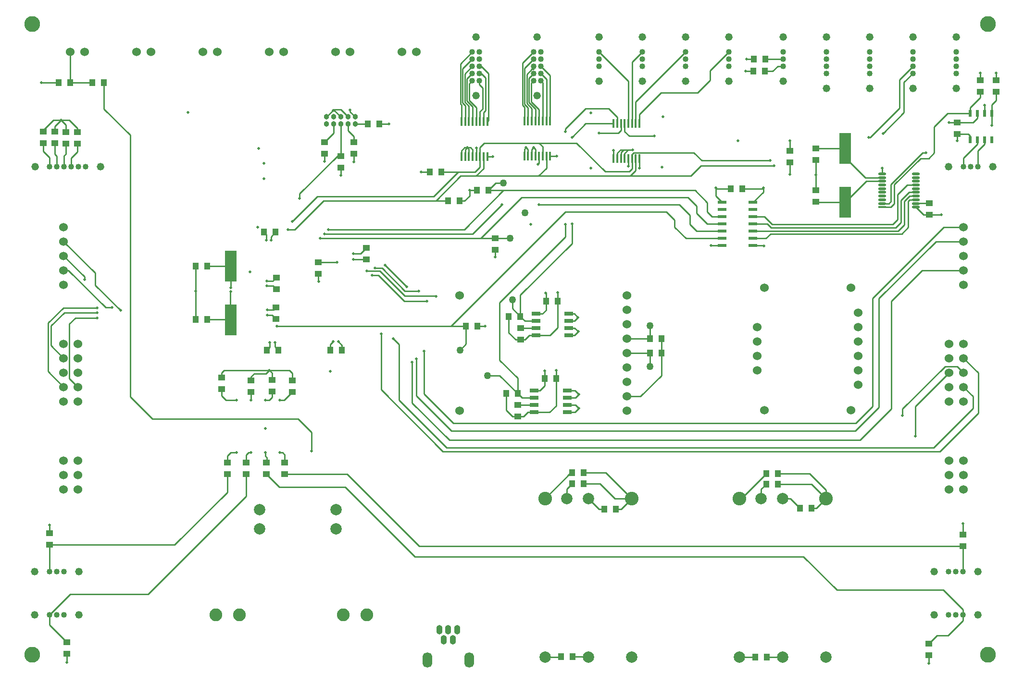
<source format=gbl>
G04 Layer_Physical_Order=6*
G04 Layer_Color=16711680*
%FSLAX25Y25*%
%MOIN*%
G70*
G01*
G75*
%ADD14R,0.04000X0.05000*%
%ADD15R,0.05000X0.04000*%
%ADD20C,0.01000*%
%ADD21O,0.04331X0.06496*%
%ADD22O,0.06693X0.10630*%
%ADD23C,0.06000*%
%ADD24C,0.11000*%
%ADD25C,0.07875*%
%ADD26C,0.09500*%
%ADD27C,0.04000*%
%ADD28C,0.05200*%
%ADD29C,0.07874*%
%ADD30C,0.03800*%
%ADD31C,0.08858*%
%ADD32C,0.02000*%
%ADD33C,0.05000*%
%ADD52R,0.01457X0.05905*%
%ADD53R,0.06102X0.02362*%
%ADD54R,0.02362X0.05118*%
%ADD55R,0.07874X0.21654*%
%ADD56R,0.06201X0.02559*%
%ADD57O,0.05709X0.01772*%
%ADD58R,0.05709X0.01772*%
D14*
X380350Y263900D02*
D03*
X372350D02*
D03*
X379400Y210400D02*
D03*
X371400D02*
D03*
X346650Y253400D02*
D03*
X354650D02*
D03*
X344800Y199950D02*
D03*
X352800D02*
D03*
X129500Y288500D02*
D03*
X137500D02*
D03*
X129500Y251500D02*
D03*
X137500D02*
D03*
X179000Y230000D02*
D03*
X187000D02*
D03*
X223000D02*
D03*
X231000D02*
D03*
X185000Y312000D02*
D03*
X177000D02*
D03*
X390700Y17300D02*
D03*
X382700D02*
D03*
X533100Y137200D02*
D03*
X525100D02*
D03*
X533100Y144300D02*
D03*
X525100D02*
D03*
X525600Y17200D02*
D03*
X517600D02*
D03*
X398600Y145000D02*
D03*
X390600D02*
D03*
X398600Y137500D02*
D03*
X390600D02*
D03*
X500650Y342050D02*
D03*
X508650D02*
D03*
X66000Y415700D02*
D03*
X58000D02*
D03*
X42500D02*
D03*
X34500D02*
D03*
X317000Y246600D02*
D03*
X325000D02*
D03*
X299900Y353750D02*
D03*
X291900D02*
D03*
X304400Y333750D02*
D03*
X312400D02*
D03*
X444350Y238000D02*
D03*
X452350D02*
D03*
X444350Y228000D02*
D03*
X452350D02*
D03*
X524500Y432050D02*
D03*
X516500D02*
D03*
X248700Y386900D02*
D03*
X256700D02*
D03*
X332350Y341000D02*
D03*
X324350D02*
D03*
X524250Y423550D02*
D03*
X516250D02*
D03*
X556600Y120400D02*
D03*
X548600D02*
D03*
X420700Y119800D02*
D03*
X412700D02*
D03*
D15*
X657500Y380000D02*
D03*
Y388000D02*
D03*
X559550Y333200D02*
D03*
Y341200D02*
D03*
X559450Y370200D02*
D03*
Y362200D02*
D03*
X354750Y237300D02*
D03*
Y245300D02*
D03*
X352750Y183950D02*
D03*
Y191950D02*
D03*
X214500Y283100D02*
D03*
Y291100D02*
D03*
X247950Y293000D02*
D03*
Y301000D02*
D03*
X541500Y368450D02*
D03*
Y360450D02*
D03*
X185300Y259800D02*
D03*
Y251800D02*
D03*
X185400Y280500D02*
D03*
Y272500D02*
D03*
X673500Y409500D02*
D03*
Y417500D02*
D03*
X684500Y409500D02*
D03*
Y417500D02*
D03*
X638300Y331900D02*
D03*
Y323900D02*
D03*
X230150Y364750D02*
D03*
Y356750D02*
D03*
X218900Y374350D02*
D03*
Y366350D02*
D03*
X239200Y374400D02*
D03*
Y366400D02*
D03*
X337250Y307800D02*
D03*
Y299800D02*
D03*
X23900Y373600D02*
D03*
Y381600D02*
D03*
X31750Y373600D02*
D03*
Y381600D02*
D03*
X39550Y373500D02*
D03*
Y381500D02*
D03*
X47400Y373500D02*
D03*
Y381500D02*
D03*
X28100Y94950D02*
D03*
Y102950D02*
D03*
X661650Y94100D02*
D03*
Y102100D02*
D03*
X40100Y27300D02*
D03*
Y19300D02*
D03*
X637800Y26250D02*
D03*
Y18250D02*
D03*
X147600Y203200D02*
D03*
Y211200D02*
D03*
X167950Y201200D02*
D03*
Y209200D02*
D03*
X182350Y201250D02*
D03*
Y209250D02*
D03*
X196600Y201150D02*
D03*
Y209150D02*
D03*
X191200Y144000D02*
D03*
Y152000D02*
D03*
X178450Y144000D02*
D03*
Y152000D02*
D03*
X164550Y144000D02*
D03*
Y152000D02*
D03*
X151550Y144000D02*
D03*
Y152000D02*
D03*
D20*
X559450Y341200D02*
Y351700D01*
X41750Y389800D02*
X47400Y384150D01*
Y381500D02*
Y384150D01*
X43150Y363450D02*
X47400Y367700D01*
Y373500D01*
X33150Y357500D02*
Y364600D01*
X31750Y366000D02*
X33150Y364600D01*
X31750Y366000D02*
Y373600D01*
X23900Y367900D02*
Y373600D01*
X38150Y364850D02*
X39550Y366250D01*
Y373500D01*
Y381500D02*
Y386300D01*
X31750Y381600D02*
Y385500D01*
X23900Y381600D02*
Y382850D01*
X43150Y357500D02*
Y363450D01*
X38150Y357500D02*
Y364850D01*
X28150Y357500D02*
Y363650D01*
X23900Y367900D02*
X28150Y363650D01*
X42500Y415700D02*
X58000D01*
X42500D02*
Y437000D01*
X66000Y397500D02*
Y415700D01*
X31750Y385500D02*
X36050Y389800D01*
X23900Y382850D02*
X30850Y389800D01*
X36050D01*
X39550Y386300D01*
X36050Y389800D02*
X41750D01*
X579950Y363750D02*
Y370200D01*
Y363750D02*
X593914Y349786D01*
X605672D01*
X275900Y274000D02*
X276000D01*
X260750Y289150D02*
X275900Y274000D01*
X252000Y282150D02*
X256100D01*
X256150Y282200D01*
X274250Y264100D02*
X289900D01*
X256150Y282200D02*
X274250Y264100D01*
X248300Y284900D02*
X257250D01*
X274500Y267650D01*
X295950D01*
X452350Y228000D02*
Y238000D01*
X428500Y198000D02*
X437900D01*
X452350Y212450D01*
Y228000D01*
X428500D02*
X444350D01*
X428500Y238000D02*
X444350D01*
X295950Y267650D02*
X296200Y267400D01*
X352800Y199950D02*
Y210550D01*
X340300Y223050D02*
X352800Y210550D01*
X340300Y223050D02*
Y262900D01*
X351400Y237300D02*
X354750D01*
X346650Y242050D02*
X351400Y237300D01*
X346650Y242050D02*
Y253400D01*
X415900Y397600D02*
X421864Y391636D01*
Y387300D02*
Y391636D01*
X399950Y387300D02*
X419305D01*
X354650Y253400D02*
Y268250D01*
X420250Y127200D02*
X431750D01*
X409950Y137500D02*
X420250Y127200D01*
X398600Y137500D02*
X409950D01*
X380350Y263900D02*
Y269950D01*
X372200Y269850D02*
X372350Y269700D01*
Y263900D02*
Y269700D01*
Y257700D02*
Y263900D01*
X370000Y255350D02*
X372350Y257700D01*
X365414Y255350D02*
X370000D01*
X380350Y245550D02*
Y263900D01*
X375150Y240350D02*
X380350Y245550D01*
X365414Y240350D02*
X375150D01*
X357700Y250350D02*
X365414D01*
X354650Y253400D02*
X357700Y250350D01*
X361000Y240350D02*
X365414D01*
X357950Y237300D02*
X361000Y240350D01*
X354750Y237300D02*
X357950D01*
X365364Y245300D02*
X365414Y245350D01*
X354750Y245300D02*
X365364D01*
X392200Y240350D02*
X394750Y242900D01*
X388150Y240350D02*
X392200D01*
X392300Y245350D02*
X394750Y242900D01*
X388150Y245350D02*
X392300D01*
X388150Y255350D02*
X392150D01*
X394650Y252850D01*
X388150Y250350D02*
X392150D01*
X394650Y252850D01*
X379350Y210450D02*
X379400Y210400D01*
X379350Y210450D02*
Y215950D01*
X371400Y210400D02*
Y215850D01*
X364300Y187000D02*
X374900D01*
X379400Y191500D01*
Y210400D01*
X392550Y187000D02*
X395200Y189650D01*
X387036Y187000D02*
X392550D01*
X392850Y192000D02*
X395200Y189650D01*
X387036Y192000D02*
X392850D01*
X392950Y197000D02*
X395300Y199350D01*
X387036Y197000D02*
X392950D01*
X392650Y202000D02*
X395300Y199350D01*
X387036Y202000D02*
X392650D01*
X349200Y183950D02*
X352750D01*
X344800Y188350D02*
X349200Y183950D01*
X344800Y188350D02*
Y199950D01*
X355750Y197000D02*
X364300D01*
X352800Y199950D02*
X355750Y197000D01*
X364300Y202000D02*
X368150D01*
X371400Y205250D01*
Y210400D01*
X359850Y187000D02*
X364300D01*
X356800Y183950D02*
X359850Y187000D01*
X352750Y183950D02*
X356800D01*
X364250Y191950D02*
X364300Y192000D01*
X352750Y191950D02*
X364250D01*
X409200Y380800D02*
X422650D01*
X424423Y382573D01*
Y387300D01*
X426982Y381868D02*
Y387300D01*
Y381868D02*
X430250Y378600D01*
X447650D01*
X589000Y236000D02*
X591600D01*
X651200Y235300D02*
X652000Y234500D01*
X38000Y305500D02*
X59900Y283600D01*
Y275200D02*
Y283600D01*
Y275200D02*
X77400Y257700D01*
X41200Y285500D02*
X67100Y259600D01*
X71600D01*
X66000Y397500D02*
X84100Y379400D01*
X38000Y285500D02*
X41200D01*
X38000Y295500D02*
X52600Y280900D01*
Y279200D02*
Y280900D01*
X46200Y252500D02*
X61200D01*
X27100Y215400D02*
X38000Y204500D01*
X27100Y215400D02*
Y248900D01*
X37700Y259500D01*
X61100D01*
X181000Y232000D02*
Y235500D01*
X42000Y248300D02*
X46200Y252500D01*
X42000Y210500D02*
Y248300D01*
Y210500D02*
X48000Y204500D01*
X29100Y233400D02*
Y246900D01*
Y233400D02*
X38000Y224500D01*
X29100Y246900D02*
X38400Y256200D01*
X61100D01*
X153598Y270398D02*
X153900Y270700D01*
X515910Y307550D02*
X516010Y307650D01*
X515910Y332550D02*
X523150Y339790D01*
X490150Y337050D02*
X494650Y332550D01*
X490150Y337050D02*
Y342550D01*
X523150Y339790D02*
Y342550D01*
X490150D02*
X490650Y342050D01*
X401750Y17200D02*
Y17250D01*
X129500Y251500D02*
Y271000D01*
Y288500D01*
X681500Y400500D02*
X684500Y403500D01*
Y409500D01*
X666500Y394500D02*
Y398500D01*
X673500Y405500D02*
Y409500D01*
X684500Y417500D02*
Y422500D01*
X673500Y417500D02*
Y422500D01*
X651000Y394500D02*
X666500D01*
X671850Y357500D02*
Y368350D01*
X676500Y373000D01*
Y376193D01*
X661850Y357500D02*
Y363350D01*
X671500Y373000D01*
Y376193D01*
X313050Y428800D02*
X321300Y437050D01*
X313050Y401015D02*
Y428800D01*
Y401015D02*
X313873Y400192D01*
Y388732D02*
Y400192D01*
X316432Y388732D02*
Y399754D01*
X314550Y401636D02*
X316432Y399754D01*
X314550Y401636D02*
Y425300D01*
X321300Y432050D01*
Y426984D02*
Y427050D01*
X316050Y421734D02*
X321300Y426984D01*
X316050Y402257D02*
Y421734D01*
Y402257D02*
X318991Y399316D01*
Y388732D02*
Y399316D01*
X317550Y418300D02*
X321300Y422050D01*
X317550Y402879D02*
Y418300D01*
Y402879D02*
X321550Y398879D01*
Y388732D02*
Y398879D01*
X324109Y388732D02*
Y398441D01*
X319050Y403500D02*
X324109Y398441D01*
X319050Y403500D02*
Y414800D01*
X321300Y417050D01*
X326668Y388732D02*
Y395618D01*
X328550Y397500D01*
Y412000D01*
X326300Y414250D02*
X328550Y412000D01*
X326300Y414250D02*
Y417050D01*
X329227Y388732D02*
Y395177D01*
X330550Y396500D01*
Y419000D01*
X327500Y422050D02*
X330550Y419000D01*
X327500Y427050D02*
X332550Y422000D01*
Y389495D02*
Y422000D01*
X331786Y388732D02*
X332550Y389495D01*
X326300Y422050D02*
X327500D01*
X326300Y427050D02*
X327500D01*
X356050Y429300D02*
X363800Y437050D01*
X356050Y400015D02*
Y429300D01*
Y400015D02*
X357373Y398692D01*
Y389000D02*
Y398692D01*
X357550Y425800D02*
X363800Y432050D01*
X357550Y400636D02*
Y425800D01*
Y400636D02*
X359932Y398254D01*
Y389000D02*
Y398254D01*
X362491Y389000D02*
Y397816D01*
X359050Y401257D02*
X362491Y397816D01*
X359050Y401257D02*
Y421543D01*
X362557Y425050D01*
X363800D02*
Y427050D01*
X360550Y418800D02*
X363800Y422050D01*
X360550Y401879D02*
Y418800D01*
Y401879D02*
X365050Y397379D01*
Y389000D02*
Y397379D01*
X367609Y389000D02*
Y396941D01*
X362050Y402500D02*
X367609Y396941D01*
X362050Y402500D02*
Y415300D01*
X363800Y417050D01*
X368800D02*
X370168Y415682D01*
Y389000D02*
Y415682D01*
X372727Y389000D02*
Y418123D01*
X368800Y422050D02*
X372727Y418123D01*
X375286Y389000D02*
Y420564D01*
X368800Y427050D02*
X375286Y420564D01*
X184500Y232500D02*
X187000Y230000D01*
X179000D02*
X181000Y232000D01*
X228500Y236000D02*
X231000Y233500D01*
Y230000D02*
Y233500D01*
X223000Y230000D02*
Y234000D01*
X239000Y293000D02*
X247950D01*
X210000Y160000D02*
Y173000D01*
X200500Y182500D02*
X210000Y173000D01*
X22500Y415700D02*
X34500D01*
X559450Y351700D02*
Y362200D01*
Y370200D02*
X579950D01*
X559852Y332798D02*
X579950D01*
X490650Y342050D02*
X500650D01*
X508650D02*
X522650D01*
X523150Y342550D01*
X652000Y388000D02*
X657500D01*
X676500Y394500D02*
Y400000D01*
X223000Y234000D02*
X225000Y236000D01*
X184500Y232500D02*
Y235500D01*
X153598Y251500D02*
Y270398D01*
X236650Y395400D02*
X240150Y391900D01*
X236650Y395400D02*
Y396700D01*
X515910Y302550D02*
X523550D01*
X523650Y302450D01*
X487150Y302550D02*
X494650D01*
X486950Y302750D02*
X487150Y302550D01*
X386750Y127200D02*
Y133650D01*
X390600Y137500D01*
X401750Y127200D02*
X409150Y119800D01*
X412700D01*
X420700D02*
X424350D01*
X431750Y127200D01*
X389550Y145000D02*
X390600D01*
X371750Y127200D02*
X389550Y145000D01*
X398600D02*
X413950D01*
X431750Y127200D01*
X371750Y17200D02*
X382600D01*
X382700Y17300D01*
X390700D02*
X401650D01*
X401750Y17200D01*
X506500D02*
X517600D01*
X525600D02*
X536500D01*
Y127200D02*
X541800D01*
X548600Y120400D01*
X556600D02*
X559700D01*
X566500Y127200D01*
X521500Y133600D02*
X525100Y137200D01*
X521500Y127200D02*
Y133600D01*
X533100Y137200D02*
X556500D01*
X566500Y127200D01*
X533100Y144300D02*
X555100D01*
X566500Y132900D01*
Y127200D02*
Y132900D01*
X508000Y127200D02*
X525100Y144300D01*
X506500Y127200D02*
X508000D01*
X84100Y197800D02*
Y379400D01*
Y197800D02*
X99400Y182500D01*
X200500D01*
X178800Y274800D02*
X183100D01*
X185400Y272500D01*
X178900Y278100D02*
X183000D01*
X185400Y280500D01*
X179300Y257900D02*
X183400D01*
X185300Y259800D01*
X179300Y254500D02*
X182600D01*
X185300Y251800D01*
X181746Y306254D02*
Y308747D01*
X185000Y312000D01*
X178500Y306500D02*
Y310500D01*
X177000Y312000D02*
X178500Y310500D01*
X429541Y357759D02*
X429600Y357700D01*
X426982Y363069D02*
Y366582D01*
X426300Y369200D02*
X429600D01*
X421864Y363069D02*
Y366964D01*
X419300Y368800D02*
X419305Y368795D01*
X429541Y357759D02*
Y363069D01*
X426982Y366582D02*
X429600Y369200D01*
X419305Y363069D02*
Y368795D01*
X421864Y366964D02*
X424100Y369200D01*
X429600D02*
X432600D01*
X424100D02*
X426300D01*
X424423Y363069D02*
Y367323D01*
X426300Y369200D01*
X315950Y370550D02*
X317750D01*
X313873Y368473D02*
X315950Y370550D01*
X313873Y364500D02*
Y368473D01*
X316432Y364500D02*
Y369232D01*
X317750Y370550D01*
X318991Y369309D01*
Y364500D02*
Y369309D01*
X321550Y364500D02*
Y369050D01*
X320050Y370550D02*
X321550Y369050D01*
X317750Y370550D02*
X320050D01*
X324109Y364500D02*
Y370491D01*
X324100Y370500D02*
X324109Y370491D01*
X331786Y364500D02*
X335350D01*
X335450Y364400D01*
X363750Y370650D02*
X365050Y369350D01*
Y364769D02*
Y369350D01*
X362491Y369391D02*
X363750Y370650D01*
X362491Y364769D02*
Y369391D01*
X367000Y359200D02*
X367609Y359809D01*
Y364769D01*
X357373Y369473D02*
X358650Y370750D01*
X357373Y364769D02*
Y369473D01*
X359932Y364769D02*
Y369468D01*
X358650Y370750D02*
X359932Y369468D01*
X375505Y364550D02*
X379800D01*
X375286Y364769D02*
X375505Y364550D01*
X429541Y387300D02*
Y416759D01*
X409250Y437050D02*
X429541Y416759D01*
X432100Y387300D02*
Y429900D01*
X439250Y437050D01*
X434659Y387300D02*
Y402459D01*
X469250Y437050D01*
X437218Y387300D02*
Y393818D01*
X452050Y408650D01*
X486200Y424000D02*
X499250Y437050D01*
X486200Y417500D02*
Y424000D01*
X452050Y408650D02*
X477350D01*
X486200Y417500D01*
X510850Y423550D02*
X516250D01*
X511600Y432000D02*
X516450D01*
X516500Y432050D01*
X214500Y277900D02*
Y283100D01*
Y277900D02*
X214700Y277700D01*
X214500Y291100D02*
X214600Y291000D01*
X227500D01*
X524500Y432050D02*
X536750D01*
X524250Y423550D02*
X529650D01*
X533150Y427050D01*
X536750D01*
X224750Y396500D02*
X224950D01*
X225550D01*
X224950D02*
X225450Y397000D01*
X230050D01*
X235150Y391900D01*
X225550Y396500D02*
X230150Y391900D01*
X220150D02*
X224750Y396500D01*
X218900Y374350D02*
X225150Y380600D01*
Y386900D01*
X219000Y360900D02*
Y366250D01*
X218900Y366350D02*
X219000Y366250D01*
X235150Y382400D02*
Y386900D01*
Y382400D02*
X239200Y378350D01*
Y374400D02*
Y378350D01*
X239250Y360800D02*
Y366350D01*
X239200Y366400D02*
X239250Y366350D01*
X240150Y386900D02*
X248700D01*
X230150Y364750D02*
Y386900D01*
X624632Y334432D02*
X628900D01*
X523800Y312750D02*
X616600D01*
X622918Y344668D02*
X628900D01*
X623600Y315350D02*
Y333400D01*
X624632Y334432D01*
X618650Y318750D02*
Y333921D01*
X620900Y317050D02*
Y333350D01*
X624541Y336991D01*
X628900D01*
X616200Y320750D02*
Y337950D01*
X622918Y344668D01*
X579950Y332798D02*
X594379Y347227D01*
X605672D01*
X611564Y329314D02*
X613800Y331550D01*
X610173Y331873D02*
X611650Y333350D01*
X681500Y394500D02*
Y400500D01*
X666500Y398500D02*
X673500Y405500D01*
X634314Y323900D02*
X638300D01*
X646450D01*
X628900Y329314D02*
X634314Y323900D01*
X628927Y331900D02*
X638300D01*
X628900Y331873D02*
X628927Y331900D01*
X605672Y331873D02*
X610173D01*
X605672Y329314D02*
X611564D01*
X618650Y333921D02*
X624279Y339550D01*
X628900D01*
X605550Y352467D02*
Y356450D01*
Y352467D02*
X605672Y352345D01*
X613800Y331550D02*
Y344900D01*
X632100Y363200D01*
X611650Y333350D02*
Y345050D01*
X633500Y366900D01*
X671500Y391100D02*
Y394500D01*
X668400Y388000D02*
X671500Y391100D01*
X657500Y388000D02*
X668400D01*
X657500Y375300D02*
Y380000D01*
X666500Y376193D02*
Y378700D01*
X665200Y380000D02*
X666500Y378700D01*
X657500Y380000D02*
X665200D01*
X681500Y386150D02*
Y394500D01*
X230150Y351450D02*
Y356750D01*
X227750Y364750D02*
X230150D01*
X201450Y335250D02*
Y338550D01*
X227700Y364800D01*
X239000Y297000D02*
X243950D01*
X247950Y301000D01*
X253850Y286900D02*
X258750D01*
X274450Y271200D01*
X284100D01*
X306450Y246600D02*
X385850Y326000D01*
X185700Y246600D02*
X306450D01*
X367550Y331050D02*
X426600D01*
X321500Y310800D02*
X341750Y331050D01*
X215750Y307800D02*
X327150D01*
X355350Y336000D01*
X470850D01*
X221650Y313800D02*
X315750D01*
X342950Y341000D01*
X475750D01*
X327150Y307800D02*
X337250D01*
X332350Y341000D02*
X342950D01*
X306450Y246600D02*
X317000D01*
X325000D02*
X330100D01*
X337250Y294550D02*
Y299800D01*
X319400Y341000D02*
X324350D01*
X218700Y310800D02*
X321500D01*
X193550Y313650D02*
X198200D01*
X218300Y333750D01*
X296100D01*
X313250Y350900D02*
X323950D01*
X329227Y356177D01*
Y364500D01*
X326668Y357168D02*
Y364500D01*
X323250Y353750D02*
X326668Y357168D01*
X311400Y353750D02*
X323250D01*
X294350Y336700D02*
X311400Y353750D01*
X213750Y336700D02*
X294350D01*
X196400Y319350D02*
X213750Y336700D01*
X323950Y350900D02*
X367300D01*
X372727Y356327D01*
Y364769D01*
X370168D02*
Y371282D01*
X367650Y373800D02*
X370168Y371282D01*
X329600Y373800D02*
X367650D01*
X326668Y370868D02*
X329600Y373800D01*
X326668Y364500D02*
Y370868D01*
X296100Y333750D02*
X313250Y350900D01*
X296100Y333750D02*
X304400D01*
X312400D02*
X315950D01*
X319400Y337200D01*
Y341000D01*
X299900Y353750D02*
X311400D01*
X285850D02*
X291900D01*
X137500Y251500D02*
X153598D01*
X137500Y288500D02*
X154000D01*
Y273300D02*
Y288500D01*
X385950Y308550D02*
Y317500D01*
X340300Y262900D02*
X385950Y308550D01*
X390400Y304000D02*
Y317850D01*
X354650Y268250D02*
X390400Y304000D01*
Y377750D02*
X399950Y387300D01*
X385950Y381600D02*
Y383750D01*
X399800Y397600D01*
X415900D01*
X367650Y373800D02*
X393650D01*
X413500Y353950D01*
X367300Y350900D02*
X430900D01*
X413500Y353950D02*
X430100D01*
X432100Y355950D01*
Y363069D01*
X434659Y354659D02*
Y363069D01*
X430900Y350900D02*
X434659Y354659D01*
X437200Y356250D02*
Y363050D01*
X437218Y363069D01*
X432100D02*
Y366000D01*
X433300Y367200D01*
X426600Y331050D02*
X426650Y331000D01*
X475750Y341000D02*
X484250Y332500D01*
Y325900D02*
Y332500D01*
Y325900D02*
X487600Y322550D01*
X494650D01*
X470850Y336000D02*
X476900Y329950D01*
Y324900D02*
Y329950D01*
Y324900D02*
X484250Y317550D01*
X494650D01*
X469350Y307550D02*
X494650D01*
X426650Y331000D02*
X464900D01*
X472050Y323850D01*
Y317250D02*
Y323850D01*
Y317250D02*
X476750Y312550D01*
X494650D01*
X461400Y315500D02*
X469350Y307550D01*
X385850Y326000D02*
X455800D01*
X461400Y320400D01*
Y315500D02*
Y320400D01*
X515910Y322550D02*
X524000D01*
X529200Y317350D01*
X526000Y317550D02*
X528550Y315000D01*
X515910Y317550D02*
X526000D01*
X515910Y312550D02*
X523600D01*
X523800Y312750D01*
X515910Y307550D02*
X524950D01*
X528200Y310800D01*
X430900Y350900D02*
X472700D01*
X480000Y358200D01*
X530350D01*
X433300Y367200D02*
X474950D01*
X480350Y361800D01*
X527750D01*
X633500Y366900D02*
X635700D01*
X641450Y384950D02*
X651000Y394500D01*
X632100Y363200D02*
X637700D01*
X641450Y366950D01*
Y384950D01*
X541600Y368550D02*
Y375500D01*
X541500Y368450D02*
X541600Y368550D01*
X541500Y352150D02*
Y360450D01*
X256700Y386900D02*
X263600D01*
X529200Y317350D02*
X612800D01*
X616200Y320750D01*
X614900Y315000D02*
X618650Y318750D01*
X528550Y315000D02*
X614900D01*
X616600Y312750D02*
X620900Y317050D01*
X528200Y310800D02*
X619050D01*
X623600Y315350D01*
X606050Y380500D02*
X620650Y395100D01*
Y415950D01*
X626750Y422050D01*
X617450Y417750D02*
X626750Y427050D01*
X617450Y398050D02*
Y417750D01*
X597200Y377800D02*
X617450Y398050D01*
X596250Y377800D02*
X597200D01*
X628550Y170500D02*
Y191050D01*
X652000Y214500D01*
X649100Y218850D02*
X657650D01*
X662000Y214500D01*
Y224500D02*
X672150Y214350D01*
Y186500D02*
Y214350D01*
X645350Y159700D02*
X672150Y186500D01*
X662000Y204500D02*
X668450Y198050D01*
Y189750D02*
Y198050D01*
X641150Y162450D02*
X668450Y189750D01*
X266650Y238050D02*
X270600Y234100D01*
X619500Y189250D02*
X649100Y218850D01*
X619500Y184750D02*
Y189250D01*
X648200Y315500D02*
X662000D01*
X258050Y202550D02*
Y241450D01*
Y202550D02*
X300900Y159700D01*
X645350D01*
X642700Y305500D02*
X662000D01*
X633300Y285500D02*
X662000D01*
X590150Y167600D02*
X611950Y189400D01*
Y264150D01*
X633300Y285500D01*
X603100Y190300D02*
Y265900D01*
X642700Y305500D01*
X587250Y179450D02*
X598800Y191000D01*
Y266100D01*
X648200Y315500D01*
X270600Y195450D02*
Y234100D01*
Y195450D02*
X303600Y162450D01*
X641150D01*
X305550Y167600D02*
X590150D01*
X279650Y193500D02*
X305550Y167600D01*
X279650Y193500D02*
Y221600D01*
X287850Y199700D02*
Y229250D01*
Y199700D02*
X308100Y179450D01*
X587250D01*
X586900Y174100D02*
X603100Y190300D01*
X282400Y198400D02*
Y224150D01*
Y198400D02*
X306700Y174100D01*
X586900D01*
X153900Y159000D02*
X157900D01*
X151550Y156650D02*
X153900Y159000D01*
X151550Y152000D02*
Y156650D01*
X166250Y159000D02*
X167950D01*
X164550Y157300D02*
X166250Y159000D01*
X164550Y152000D02*
Y157300D01*
X177950Y156450D02*
Y159000D01*
Y156450D02*
X178750Y155650D01*
Y152300D02*
Y155650D01*
X178450Y152000D02*
X178750Y152300D01*
X187950Y159000D02*
X189700D01*
X191200Y157500D01*
Y152000D02*
Y157500D01*
X28150Y76250D02*
Y94900D01*
X28100Y94950D02*
X28150Y94900D01*
X28100Y102950D02*
Y108850D01*
Y94950D02*
X115000D01*
X151550Y131500D01*
Y144000D01*
X40100Y13300D02*
Y19300D01*
X28150Y39250D02*
X40100Y27300D01*
X28150Y39250D02*
Y46250D01*
X42500Y60600D01*
X96550D01*
X164550Y128600D01*
Y144000D01*
X661650Y102100D02*
Y109700D01*
Y76250D02*
Y94100D01*
X284550D02*
X661650D01*
X234650Y144000D02*
X284550Y94100D01*
X191200Y144000D02*
X234650D01*
X178450D02*
X187400Y135050D01*
X233200D01*
X281400Y86850D01*
X550850D01*
X637800Y12600D02*
Y18250D01*
Y26250D02*
X643550Y32000D01*
X651200D01*
X661650Y42450D01*
Y46250D01*
Y49900D01*
X647900Y63650D02*
X661650Y49900D01*
X574050Y63650D02*
X647900D01*
X550850Y86850D02*
X574050Y63650D01*
X187950Y195500D02*
X190950D01*
X196600Y201150D01*
X180500Y216100D02*
X194500D01*
X196600Y214000D01*
Y209150D02*
Y214000D01*
X177950Y195500D02*
X180450D01*
X182350Y197400D01*
Y201250D01*
Y209250D02*
Y214250D01*
X180500Y216100D02*
X182350Y214250D01*
X167900Y195550D02*
X167950Y195500D01*
X150350D02*
X157900D01*
X147600Y198250D02*
X150350Y195500D01*
X149200Y216100D02*
X180500D01*
X147600Y211200D02*
Y214500D01*
X149200Y216100D01*
X147600Y198250D02*
Y203200D01*
X167950Y195500D02*
Y201200D01*
Y209200D02*
Y211600D01*
X170050Y213700D01*
X178100D01*
X180500Y216100D01*
X362557Y425050D02*
X363800D01*
X331850Y212450D02*
X340300D01*
X352800Y199950D01*
X349050Y259000D02*
Y265100D01*
Y259000D02*
X354650Y253400D01*
X337250Y307800D02*
X347500D01*
X337450Y346100D02*
X342750D01*
X332350Y341000D02*
X337450Y346100D01*
X312750Y230100D02*
X317000Y234350D01*
Y246600D01*
X444350Y218650D02*
Y228000D01*
Y238000D02*
Y247200D01*
D21*
X298351Y35962D02*
D03*
X304650D02*
D03*
X310949D02*
D03*
X301500Y29072D02*
D03*
X307800D02*
D03*
D22*
X319020Y14997D02*
D03*
X290280D02*
D03*
D23*
X652000Y133500D02*
D03*
Y143500D02*
D03*
Y153500D02*
D03*
X662000Y133500D02*
D03*
Y143500D02*
D03*
Y153500D02*
D03*
X48000D02*
D03*
Y143500D02*
D03*
Y133500D02*
D03*
X38000Y153500D02*
D03*
Y143500D02*
D03*
Y133500D02*
D03*
X226500Y437000D02*
D03*
X236500D02*
D03*
X272500D02*
D03*
X282500D02*
D03*
X88500D02*
D03*
X98500D02*
D03*
X42500D02*
D03*
X52500D02*
D03*
X428500Y268000D02*
D03*
Y258000D02*
D03*
Y248000D02*
D03*
Y238000D02*
D03*
Y228000D02*
D03*
Y218000D02*
D03*
Y208000D02*
D03*
Y198000D02*
D03*
Y188000D02*
D03*
X312500Y268000D02*
D03*
Y188000D02*
D03*
X519000Y246000D02*
D03*
Y236000D02*
D03*
Y226000D02*
D03*
Y216000D02*
D03*
X589000Y256000D02*
D03*
Y246000D02*
D03*
Y236000D02*
D03*
Y226000D02*
D03*
Y216000D02*
D03*
Y206000D02*
D03*
X584000Y273500D02*
D03*
Y188500D02*
D03*
X524000Y273500D02*
D03*
Y188500D02*
D03*
X38000Y315500D02*
D03*
Y305500D02*
D03*
Y295500D02*
D03*
Y285500D02*
D03*
Y275500D02*
D03*
X48000Y234500D02*
D03*
Y224500D02*
D03*
X38000Y234500D02*
D03*
Y224500D02*
D03*
Y194500D02*
D03*
Y204500D02*
D03*
Y214500D02*
D03*
X48000Y194500D02*
D03*
Y204500D02*
D03*
Y214500D02*
D03*
X662000Y275500D02*
D03*
Y285500D02*
D03*
Y295500D02*
D03*
Y305500D02*
D03*
Y315500D02*
D03*
X652000Y194500D02*
D03*
Y204500D02*
D03*
X662000Y194500D02*
D03*
Y204500D02*
D03*
Y234500D02*
D03*
Y224500D02*
D03*
Y214500D02*
D03*
X652000Y234500D02*
D03*
Y224500D02*
D03*
Y214500D02*
D03*
X134500Y437000D02*
D03*
X144500D02*
D03*
X180500D02*
D03*
X190500D02*
D03*
D24*
X16250Y18750D02*
D03*
X678750D02*
D03*
X16250Y456250D02*
D03*
X678750D02*
D03*
D25*
X506500Y17200D02*
D03*
X536500D02*
D03*
X566500D02*
D03*
X521500Y127200D02*
D03*
X536500D02*
D03*
X371750Y17200D02*
D03*
X401750D02*
D03*
X431750D02*
D03*
X386750Y127200D02*
D03*
X401750D02*
D03*
D26*
X506500D02*
D03*
X566500D02*
D03*
X371750D02*
D03*
X431750D02*
D03*
D27*
X409250Y437050D02*
D03*
Y432050D02*
D03*
Y427050D02*
D03*
X439250Y437050D02*
D03*
Y432050D02*
D03*
Y427050D02*
D03*
X469250Y437050D02*
D03*
Y432050D02*
D03*
Y427050D02*
D03*
X499250Y437050D02*
D03*
Y432050D02*
D03*
Y427050D02*
D03*
X326300D02*
D03*
Y417050D02*
D03*
Y422050D02*
D03*
Y432050D02*
D03*
Y437050D02*
D03*
X321300D02*
D03*
Y432050D02*
D03*
Y422050D02*
D03*
Y417050D02*
D03*
Y427050D02*
D03*
X671850Y357500D02*
D03*
X666850D02*
D03*
X661850D02*
D03*
X368800Y427050D02*
D03*
Y417050D02*
D03*
Y422050D02*
D03*
Y432050D02*
D03*
Y437050D02*
D03*
X363800D02*
D03*
Y432050D02*
D03*
Y422050D02*
D03*
Y417050D02*
D03*
Y427050D02*
D03*
X28150Y76250D02*
D03*
X33150D02*
D03*
X38150D02*
D03*
X28150Y46250D02*
D03*
X33150D02*
D03*
X38150D02*
D03*
X661650Y76250D02*
D03*
X656650D02*
D03*
X651650D02*
D03*
X661650Y46250D02*
D03*
X656650D02*
D03*
X651650D02*
D03*
X566750Y437050D02*
D03*
Y427050D02*
D03*
Y422050D02*
D03*
Y432050D02*
D03*
X596750Y437050D02*
D03*
Y427050D02*
D03*
Y422050D02*
D03*
Y432050D02*
D03*
X626750Y437050D02*
D03*
Y427050D02*
D03*
Y422050D02*
D03*
Y432050D02*
D03*
X656750Y437050D02*
D03*
Y427050D02*
D03*
Y422050D02*
D03*
Y432050D02*
D03*
X28150Y357500D02*
D03*
X33150D02*
D03*
X43150D02*
D03*
X53150D02*
D03*
X48150D02*
D03*
X38150D02*
D03*
X536750Y437050D02*
D03*
Y432050D02*
D03*
Y427050D02*
D03*
D28*
X409250Y447250D02*
D03*
Y416850D02*
D03*
X439250Y447250D02*
D03*
Y416850D02*
D03*
X469250Y447250D02*
D03*
Y416850D02*
D03*
X499250Y447250D02*
D03*
Y416850D02*
D03*
X323800Y447250D02*
D03*
Y406850D02*
D03*
X682050Y357500D02*
D03*
X651650D02*
D03*
X366300Y447250D02*
D03*
Y406850D02*
D03*
X17950Y76250D02*
D03*
X48350D02*
D03*
X17950Y46250D02*
D03*
X48350D02*
D03*
X671850Y76250D02*
D03*
X641450D02*
D03*
X671850Y46250D02*
D03*
X641450D02*
D03*
X566750Y447250D02*
D03*
Y411850D02*
D03*
X596750Y447250D02*
D03*
Y411850D02*
D03*
X626750Y447250D02*
D03*
Y411850D02*
D03*
X656750Y447250D02*
D03*
Y411850D02*
D03*
X63350Y357500D02*
D03*
X18150D02*
D03*
X536750Y447250D02*
D03*
Y416850D02*
D03*
D29*
X227000Y106000D02*
D03*
Y119400D02*
D03*
X174000D02*
D03*
Y106000D02*
D03*
D30*
X220150Y386900D02*
D03*
Y391900D02*
D03*
X225150Y386900D02*
D03*
Y391900D02*
D03*
X230150Y386900D02*
D03*
Y391900D02*
D03*
X235150Y386900D02*
D03*
Y391900D02*
D03*
X240150Y386900D02*
D03*
Y391900D02*
D03*
D31*
X160000Y46500D02*
D03*
X143504D02*
D03*
X248250D02*
D03*
X231754D02*
D03*
D32*
X276000Y274000D02*
D03*
X284100Y271200D02*
D03*
X252000Y282150D02*
D03*
X248300Y284900D02*
D03*
X253850Y286900D02*
D03*
X260750Y289150D02*
D03*
X289900Y264100D02*
D03*
X296200Y267400D02*
D03*
X394750Y242900D02*
D03*
X379350Y215950D02*
D03*
X371400Y215850D02*
D03*
X395300Y199350D02*
D03*
X395200Y189650D02*
D03*
X447650Y378600D02*
D03*
X409200Y380800D02*
D03*
X77400Y257700D02*
D03*
X71600Y259600D02*
D03*
X52600Y279200D02*
D03*
X61200Y252500D02*
D03*
X61100Y259500D02*
D03*
X181000Y235500D02*
D03*
X61100Y256200D02*
D03*
X153900Y270700D02*
D03*
X154000Y273300D02*
D03*
X429600Y357700D02*
D03*
X490150Y342550D02*
D03*
X129500Y271000D02*
D03*
X227500Y291000D02*
D03*
X394650Y252850D02*
D03*
X380350Y269950D02*
D03*
X372200Y269850D02*
D03*
X673500Y422500D02*
D03*
X684500D02*
D03*
X228500Y236000D02*
D03*
X239000Y293000D02*
D03*
Y297000D02*
D03*
X210000Y160000D02*
D03*
X22500Y415700D02*
D03*
X452850Y357200D02*
D03*
X453450Y392200D02*
D03*
X403650Y356350D02*
D03*
Y394550D02*
D03*
X559450Y351700D02*
D03*
X523150Y342550D02*
D03*
X657500Y375300D02*
D03*
X652000Y388000D02*
D03*
X676500Y400000D02*
D03*
X225000Y236000D02*
D03*
X184500Y235500D02*
D03*
X176900Y348900D02*
D03*
X181746Y306254D02*
D03*
X178500Y306500D02*
D03*
X36050Y389800D02*
D03*
X367000Y359200D02*
D03*
X363750Y370650D02*
D03*
X124300Y395100D02*
D03*
X335450Y364400D02*
D03*
X324100Y370500D02*
D03*
X236650Y396700D02*
D03*
X523650Y302450D02*
D03*
X486950Y302750D02*
D03*
X173100Y370100D02*
D03*
X176900Y359800D02*
D03*
X178900Y278100D02*
D03*
X178800Y274800D02*
D03*
X167100Y284500D02*
D03*
X179300Y254500D02*
D03*
Y257900D02*
D03*
X172500Y315300D02*
D03*
X432600Y369200D02*
D03*
X419300Y368800D02*
D03*
X317750Y370550D02*
D03*
X379800Y364550D02*
D03*
X358650Y370750D02*
D03*
X510850Y423550D02*
D03*
X511600Y432000D02*
D03*
X214700Y277700D02*
D03*
X224950Y396500D02*
D03*
X219000Y360900D02*
D03*
X239250Y360800D02*
D03*
X635700Y366900D02*
D03*
X605550Y356450D02*
D03*
X646450Y323900D02*
D03*
X681500Y386150D02*
D03*
X230150Y351450D02*
D03*
X201450Y335250D02*
D03*
X215750Y307800D02*
D03*
X221650Y313800D02*
D03*
X185700Y246600D02*
D03*
X367550Y331050D02*
D03*
X341750D02*
D03*
X330100Y246600D02*
D03*
X337250Y294550D02*
D03*
X361900Y317450D02*
D03*
X319400Y341000D02*
D03*
X193550Y313650D02*
D03*
X218700Y310800D02*
D03*
X196400Y319350D02*
D03*
X285850Y353750D02*
D03*
X385950Y381600D02*
D03*
X390400Y377750D02*
D03*
X385950Y317500D02*
D03*
X390400Y317850D02*
D03*
X437200Y356250D02*
D03*
X530350Y358200D02*
D03*
X527750Y361800D02*
D03*
X541500Y352150D02*
D03*
X541600Y375500D02*
D03*
X263600Y386900D02*
D03*
X596250Y377800D02*
D03*
X606050Y380500D02*
D03*
X505600Y375400D02*
D03*
X628550Y170500D02*
D03*
X258050Y241450D02*
D03*
X266650Y238050D02*
D03*
X619500Y184750D02*
D03*
X287850Y229250D02*
D03*
X282400Y224150D02*
D03*
X279650Y221600D02*
D03*
X222800Y215250D02*
D03*
X157900Y195500D02*
D03*
X167950D02*
D03*
X177950D02*
D03*
X187950D02*
D03*
X178000Y175600D02*
D03*
X187950Y159000D02*
D03*
X177950D02*
D03*
X167950D02*
D03*
X157900D02*
D03*
X28100Y108850D02*
D03*
X40100Y13300D02*
D03*
X661650Y109700D02*
D03*
X637800Y12600D02*
D03*
X180500Y216100D02*
D03*
D33*
X331850Y212450D02*
D03*
X349050Y265100D02*
D03*
X347500Y307800D02*
D03*
X357900Y325450D02*
D03*
X342750Y346100D02*
D03*
X312750Y230100D02*
D03*
X444350Y218650D02*
D03*
Y247200D02*
D03*
D52*
X326668Y388732D02*
D03*
X324109D02*
D03*
X321550D02*
D03*
X318991D02*
D03*
X316432D02*
D03*
X313873D02*
D03*
X331786Y364500D02*
D03*
X329227D02*
D03*
X326668D02*
D03*
X324109D02*
D03*
X321550D02*
D03*
X318991D02*
D03*
X316432D02*
D03*
X313873D02*
D03*
X331786Y388732D02*
D03*
X329227D02*
D03*
X432100Y387300D02*
D03*
X429541D02*
D03*
X426982D02*
D03*
X424423D02*
D03*
X421864D02*
D03*
X419305D02*
D03*
X437218Y363069D02*
D03*
X434659D02*
D03*
X432100D02*
D03*
X429541D02*
D03*
X426982D02*
D03*
X424423D02*
D03*
X421864D02*
D03*
X419305D02*
D03*
X437218Y387300D02*
D03*
X434659D02*
D03*
X370168Y389000D02*
D03*
X367609D02*
D03*
X365050D02*
D03*
X362491D02*
D03*
X359932D02*
D03*
X357373D02*
D03*
X375286Y364769D02*
D03*
X372727D02*
D03*
X370168D02*
D03*
X367609D02*
D03*
X365050D02*
D03*
X362491D02*
D03*
X359932D02*
D03*
X357373D02*
D03*
X375286Y389000D02*
D03*
X372727D02*
D03*
D53*
X494650Y332550D02*
D03*
Y327550D02*
D03*
Y322550D02*
D03*
Y317550D02*
D03*
Y312550D02*
D03*
Y307550D02*
D03*
Y302550D02*
D03*
X515910D02*
D03*
Y307550D02*
D03*
Y312550D02*
D03*
Y327550D02*
D03*
Y332550D02*
D03*
Y317550D02*
D03*
Y322550D02*
D03*
D54*
X671500Y376193D02*
D03*
X676500D02*
D03*
X681500D02*
D03*
Y394500D02*
D03*
X676500D02*
D03*
X671500D02*
D03*
X666500D02*
D03*
Y376193D02*
D03*
D55*
X579950Y370200D02*
D03*
Y332798D02*
D03*
X154000Y251098D02*
D03*
Y288500D02*
D03*
D56*
X388150Y240350D02*
D03*
Y245350D02*
D03*
Y250350D02*
D03*
Y255350D02*
D03*
X365414Y240350D02*
D03*
Y245350D02*
D03*
Y250350D02*
D03*
Y255350D02*
D03*
X387036Y187000D02*
D03*
Y192000D02*
D03*
Y197000D02*
D03*
Y202000D02*
D03*
X364300Y187000D02*
D03*
Y192000D02*
D03*
Y197000D02*
D03*
Y202000D02*
D03*
D57*
X628900Y352345D02*
D03*
Y349786D02*
D03*
Y347227D02*
D03*
Y344668D02*
D03*
Y342109D02*
D03*
Y339550D02*
D03*
Y336991D02*
D03*
Y334432D02*
D03*
Y331873D02*
D03*
Y329314D02*
D03*
X605672Y352345D02*
D03*
Y349786D02*
D03*
Y347227D02*
D03*
Y344668D02*
D03*
Y342109D02*
D03*
Y339550D02*
D03*
Y336991D02*
D03*
Y334432D02*
D03*
Y331873D02*
D03*
D58*
Y329314D02*
D03*
M02*

</source>
